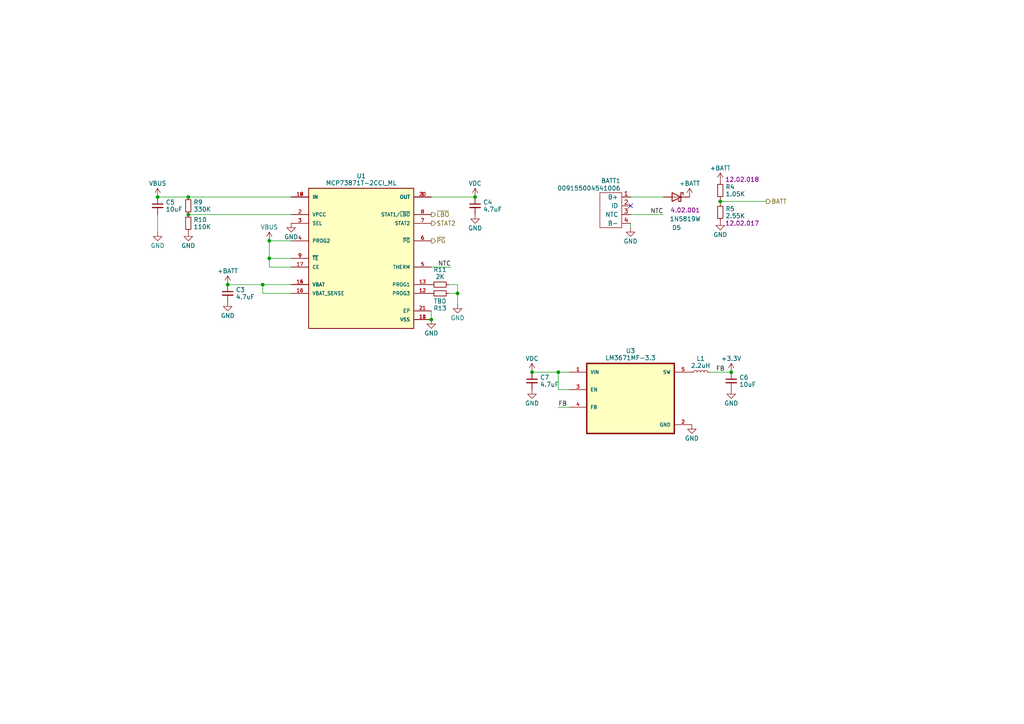
<source format=kicad_sch>
(kicad_sch (version 20230121) (generator eeschema)
  (paper "A4")
  (title_block (title "Power Supply and status LED") (rev "1.0"))
  (lib_symbols
    (symbol "Device:C_Small" (pin_numbers hide) (pin_names (offset 0.254) hide)
      (property "Reference" "C" (at 0.254 1.778 0))
      (property "Value" "C_Small" (at 0.254 -2.032 0))
      (symbol "C_Small_0_1"
        (polyline (pts (xy -1.524 -0.508) (xy 1.524 -0.508)) (stroke (width 0.3302)))
        (polyline (pts (xy -1.524 0.508) (xy 1.524 0.508)) (stroke (width 0.3048)))
      )
      (symbol "C_Small_1_1"
        (pin passive line (at 0 2.54 270) (length 2.032) (name "~") (number "1"))
        (pin passive line (at 0 -2.54 90) (length 2.032) (name "~") (number "2"))
      )
    )
    (symbol "Device:L_Small" (pin_numbers hide) (pin_names (offset 0.254) hide)
      (property "Reference" "L" (at 0.762 1.016 0))
      (property "Value" "L_Small" (at 0.762 -1.016 0))
      (symbol "L_Small_0_1"
        (arc (start 0 -2.032) (mid 0.5058 -1.524) (end 0 -1.016))
        (arc (start 0 -1.016) (mid 0.5058 -0.508) (end 0 0))
        (arc (start 0 0) (mid 0.5058 0.508) (end 0 1.016))
        (arc (start 0 1.016) (mid 0.5058 1.524) (end 0 2.032))
      )
      (symbol "L_Small_1_1"
        (pin passive line (at 0 2.54 270) (length 0.508) (name "~") (number "1"))
        (pin passive line (at 0 -2.54 90) (length 0.508) (name "~") (number "2"))
      )
    )
    (symbol "Device:R_Small" (pin_numbers hide) (pin_names (offset 0.254) hide)
      (property "Reference" "R" (at 0.762 0.508 0))
      (property "Value" "R_Small" (at 0.762 -1.016 0))
      (symbol "R_Small_0_1"
        (rectangle (start -0.762 1.778) (end 0.762 -1.778) (stroke (width 0.2032)))
      )
      (symbol "R_Small_1_1"
        (pin passive line (at 0 2.54 270) (length 0.762) (name "~") (number "1"))
        (pin passive line (at 0 -2.54 90) (length 0.762) (name "~") (number "2"))
      )
    )
    (symbol "manul_tech:009155004541006" (pin_names (offset 1.016))
      (property "Reference" "BATT" (at 0 7.62 0))
      (property "Value" "009155004541006" (at 0 10.16 0))
      (symbol "009155004541006_0_1"
        (rectangle (start -2.54 5.08) (end 3.81 -5.08))
      )
      (symbol "009155004541006_1_1"
        (pin power_out line (at -5.08 -3.81 0) (length 2.54) (name "B+") (number "1"))
        (pin output line (at -5.08 -1.27 0) (length 2.54) (name "ID") (number "2"))
        (pin output line (at -5.08 1.27 0) (length 2.54) (name "NTC") (number "3"))
        (pin power_in line (at -5.08 3.81 0) (length 2.54) (name "B-") (number "4"))
      )
    )
    (symbol "manul_tech:1N5819W" (pin_numbers hide) (pin_names (offset 1.016) hide)
      (property "Reference" "D" (at 0 2.54 0))
      (property "Value" "1N5819W" (at 0 -2.54 0))
      (property "internalRef" "4.02.001" (at 0 -5.08 0))
      (symbol "1N5819W_0_1"
        (polyline (pts (xy 1.27 0) (xy -1.27 0)))
        (polyline (pts (xy 1.27 1.27) (xy 1.27 -1.27) (xy -1.27 0) (xy 1.27 1.27)) (stroke (width 0.254)))
        (polyline (pts (xy -1.905 0.635) (xy -1.905 1.27) (xy -1.27 1.27) (xy -1.27 -1.27) (xy -0.635 -1.27) (xy -0.635 -0.635)) (stroke (width 0.254)))
      )
      (symbol "1N5819W_1_1"
        (pin passive line (at -3.81 0 0) (length 2.54) (name "K") (number "1"))
        (pin passive line (at 3.81 0 180) (length 2.54) (name "A") (number "2"))
      )
    )
    (symbol "manul_tech:LM3671MF-3.3" (pin_names (offset 1.016))
      (property "Reference" "U" (at -12.7 11.16 0))
      (property "Value" "LM3671MF-3.3" (at -12.7 -14.16 0))
      (symbol "LM3671MF-3.3_0_0"
        (rectangle (start -12.7 -10.16) (end 12.7 10.16) (stroke (width 0.41)) (fill (type background)))
        (pin input line (at -17.78 7.62 0) (length 5.08) (name "VIN") (number "1"))
        (pin power_in line (at 17.78 -7.62 180) (length 5.08) (name "GND") (number "2"))
        (pin bidirectional line (at -17.78 2.54 0) (length 5.08) (name "EN") (number "3"))
        (pin bidirectional line (at -17.78 -2.54 0) (length 5.08) (name "FB") (number "4"))
        (pin output line (at 17.78 7.62 180) (length 5.08) (name "SW") (number "5"))
      )
    )
    (symbol "manul_tech:MCP73871T-2CCI_ML" (pin_names (offset 1.016))
      (property "Reference" "U" (at -15.3307 20.9058 0))
      (property "Value" "MCP73871T-2CCI_ML" (at -15.3815 -23.3796 0))
      (symbol "MCP73871T-2CCI_ML_0_0"
        (rectangle (start -15.24 -20.32) (end 15.24 20.32) (stroke (width 0.254)) (fill (type background)))
        (pin output line (at 20.32 17.78 180) (length 5.08) (name "OUT") (number "1"))
        (pin power_in line (at 20.32 -17.78 180) (length 5.08) (name "VSS") (number "10"))
        (pin power_in line (at 20.32 -17.78 180) (length 5.08) (name "VSS") (number "11"))
        (pin bidirectional line (at 20.32 -10.16 180) (length 5.08) (name "PROG3") (number "12"))
        (pin bidirectional line (at 20.32 -7.62 180) (length 5.08) (name "PROG1") (number "13"))
        (pin bidirectional line (at -20.32 -7.62 0) (length 5.08) (name "VBAT") (number "14"))
        (pin bidirectional line (at -20.32 -7.62 0) (length 5.08) (name "VBAT") (number "15"))
        (pin bidirectional line (at -20.32 -10.16 0) (length 5.08) (name "VBAT_SENSE") (number "16"))
        (pin input line (at -20.32 -2.54 0) (length 5.08) (name "CE") (number "17"))
        (pin input line (at -20.32 17.78 0) (length 5.08) (name "IN") (number "18"))
        (pin input line (at -20.32 17.78 0) (length 5.08) (name "IN") (number "19"))
        (pin input line (at -20.32 12.7 0) (length 5.08) (name "VPCC") (number "2"))
        (pin output line (at 20.32 17.78 180) (length 5.08) (name "OUT") (number "20"))
        (pin passive line (at 20.32 -15.24 180) (length 5.08) (name "EP") (number "21"))
        (pin input line (at -20.32 10.16 0) (length 5.08) (name "SEL") (number "3"))
        (pin input line (at -20.32 5.08 0) (length 5.08) (name "PROG2") (number "4"))
        (pin bidirectional line (at 20.32 -2.54 180) (length 5.08) (name "THERM") (number "5"))
        (pin output line (at 20.32 5.08 180) (length 5.08) (name "~{PG}") (number "6"))
        (pin output line (at 20.32 10.16 180) (length 5.08) (name "STAT2") (number "7"))
        (pin output line (at 20.32 12.7 180) (length 5.08) (name "STAT1/~{LBO}") (number "8"))
        (pin input line (at -20.32 0 0) (length 5.08) (name "~{TE}") (number "9"))
      )
    )
    (symbol "power:+3.3V" (power) (pin_names (offset 0))
      (property "Value" "+3.3V" (at 0 3.556 0))
      (symbol "+3.3V_0_1"
        (polyline (pts (xy -0.762 1.27) (xy 0 2.54)))
        (polyline (pts (xy 0 0) (xy 0 2.54)))
        (polyline (pts (xy 0 2.54) (xy 0.762 1.27)))
      )
      (symbol "+3.3V_1_1"
        (pin power_in line (at 0 0 90) (length 0) hide (name "+3.3V") (number "1"))
      )
    )
    (symbol "power:+BATT" (power) (pin_names (offset 0))
      (property "Value" "+BATT" (at 0 3.556 0))
      (symbol "+BATT_0_1"
        (polyline (pts (xy -0.762 1.27) (xy 0 2.54)))
        (polyline (pts (xy 0 0) (xy 0 2.54)))
        (polyline (pts (xy 0 2.54) (xy 0.762 1.27)))
      )
      (symbol "+BATT_1_1"
        (pin power_in line (at 0 0 90) (length 0) hide (name "+BATT") (number "1"))
      )
    )
    (symbol "power:GND" (power) (pin_names (offset 0))
      (property "Value" "GND" (at 0 -3.81 0))
      (symbol "GND_0_1"
        (polyline (pts (xy 0 0) (xy 0 -1.27) (xy 1.27 -1.27) (xy 0 -2.54) (xy -1.27 -1.27) (xy 0 -1.27)))
      )
      (symbol "GND_1_1"
        (pin power_in line (at 0 0 270) (length 0) hide (name "GND") (number "1"))
      )
    )
    (symbol "power:VBUS" (power) (pin_names (offset 0))
      (property "Value" "VBUS" (at 0 3.81 0))
      (symbol "VBUS_0_1"
        (polyline (pts (xy -0.762 1.27) (xy 0 2.54)))
        (polyline (pts (xy 0 0) (xy 0 2.54)))
        (polyline (pts (xy 0 2.54) (xy 0.762 1.27)))
      )
      (symbol "VBUS_1_1"
        (pin power_in line (at 0 0 90) (length 0) hide (name "VBUS") (number "1"))
      )
    )
    (symbol "power:VDC" (power) (pin_names (offset 0))
      (property "Value" "VDC" (at 0 6.35 0))
      (symbol "VDC_0_1"
        (polyline (pts (xy -0.762 1.27) (xy 0 2.54)))
        (polyline (pts (xy 0 0) (xy 0 2.54)))
        (polyline (pts (xy 0 2.54) (xy 0.762 1.27)))
      )
      (symbol "VDC_1_1"
        (pin power_in line (at 0 0 90) (length 0) hide (name "VDC") (number "1"))
      )
    )
  )
  (junction (at 76.2 82.55))
  (junction (at 212.09 107.95))
  (junction (at 161.925 107.95))
  (junction (at 132.715 85.09))
  (junction (at 45.72 57.15))
  (junction (at 125.095 92.71))
  (junction (at 137.795 57.15))
  (junction (at 154.305 107.95))
  (junction (at 66.04 82.55))
  (junction (at 54.61 57.15))
  (junction (at 54.61 62.23))
  (junction (at 78.105 69.85))
  (junction (at 208.915 58.42))
  (junction (at 78.105 74.93))
  (no_connect (at 182.88 59.69))
  (wire (pts (xy 154.305 107.95) (xy 161.925 107.95)))
  (wire (pts (xy 76.2 85.09) (xy 76.2 82.55)))
  (wire (pts (xy 125.095 77.47) (xy 130.81 77.47)))
  (wire (pts (xy 76.2 82.55) (xy 84.455 82.55)))
  (wire (pts (xy 78.105 77.47) (xy 84.455 77.47)))
  (wire (pts (xy 182.88 57.15) (xy 192.405 57.15)))
  (wire (pts (xy 208.915 58.42) (xy 208.915 59.055)))
  (wire (pts (xy 182.88 62.23) (xy 192.405 62.23)))
  (wire (pts (xy 78.105 69.85) (xy 78.105 74.93)))
  (wire (pts (xy 161.925 118.11) (xy 165.1 118.11)))
  (wire (pts (xy 54.61 62.23) (xy 84.455 62.23)))
  (wire (pts (xy 182.88 64.77) (xy 182.88 66.04)))
  (wire (pts (xy 132.715 82.55) (xy 132.715 85.09)))
  (wire (pts (xy 161.925 107.95) (xy 165.1 107.95)))
  (wire (pts (xy 78.105 69.85) (xy 84.455 69.85)))
  (wire (pts (xy 125.095 90.17) (xy 125.095 92.71)))
  (wire (pts (xy 130.175 85.09) (xy 132.715 85.09)))
  (wire (pts (xy 205.74 107.95) (xy 212.09 107.95)))
  (wire (pts (xy 208.915 57.785) (xy 208.915 58.42)))
  (wire (pts (xy 84.455 85.09) (xy 76.2 85.09)))
  (wire (pts (xy 45.72 57.15) (xy 54.61 57.15)))
  (wire (pts (xy 45.72 67.31) (xy 45.72 62.23)))
  (wire (pts (xy 78.105 74.93) (xy 78.105 77.47)))
  (wire (pts (xy 54.61 57.15) (xy 84.455 57.15)))
  (wire (pts (xy 208.915 58.42) (xy 222.25 58.42)))
  (wire (pts (xy 130.175 82.55) (xy 132.715 82.55)))
  (wire (pts (xy 165.1 113.03) (xy 161.925 113.03)))
  (wire (pts (xy 132.715 85.09) (xy 132.715 88.265)))
  (wire (pts (xy 125.095 57.15) (xy 137.795 57.15)))
  (wire (pts (xy 66.04 82.55) (xy 76.2 82.55)))
  (wire (pts (xy 78.105 74.93) (xy 84.455 74.93)))
  (wire (pts (xy 161.925 113.03) (xy 161.925 107.95)))
  (label "NTC" (at 192.405 62.23 180))
  (label "FB" (at 207.645 107.95 0))
  (label "NTC" (at 130.81 77.47 180))
  (label "FB" (at 161.925 118.11 0))
  (hierarchical_label "BATT" (shape output) (at 222.25 58.42 0))
  (hierarchical_label "~{LBO}" (shape output) (at 125.095 62.23 0))
  (hierarchical_label "~{PG}" (shape output) (at 125.095 69.85 0))
  (hierarchical_label "STAT2" (shape output) (at 125.095 64.77 0))
  (symbol (lib_id "power:GND") (at 54.61 67.31 0) (unit 1)
    (property "Reference" "#PWR08" (effects hide))
    (property "Value" "GND" (at 54.61 71.255 0))
  )
  (symbol (lib_id "Device:C_Small") (at 66.04 85.09 0) (mirror y) (unit 1)
    (property "Reference" "C3" (at 68.3641 84.0723 0) (effects (justify right)))
    (property "Value" "4.7uF" (at 68.3641 86.1203 0) (effects (justify right)))
    (property "Footprint" "Capacitor_SMD:C_0603_1608Metric" (effects hide))
  )
  (symbol (lib_id "power:GND") (at 182.88 66.04 0) (mirror y) (unit 1)
    (property "Reference" "#PWR029" (effects hide))
    (property "Value" "GND" (at 182.88 69.985 0))
  )
  (symbol (lib_id "power:GND") (at 208.915 64.135 0) (mirror y) (unit 1)
    (property "Reference" "#PWR015" (effects hide))
    (property "Value" "GND" (at 208.915 68.08 0))
  )
  (symbol (lib_id "power:+BATT") (at 208.915 52.705 0) (mirror y) (unit 1)
    (property "Reference" "#PWR016" (effects hide))
    (property "Value" "+BATT" (at 208.915 48.76 0))
  )
  (symbol (lib_id "manul_tech:LM3671MF-3.3") (at 182.88 115.57 0) (unit 1)
    (property "Reference" "U3" (at 182.88 101.752 0))
    (property "Value" "LM3671MF-3.3" (at 182.88 103.8 0))
    (property "Footprint" "Package_TO_SOT_SMD:SOT-23-5" (effects hide))
  )
  (symbol (lib_id "Device:C_Small") (at 212.09 110.49 0) (mirror y) (unit 1)
    (property "Reference" "C6" (at 214.4141 109.4723 0) (effects (justify right)))
    (property "Value" "10uF" (at 214.4141 111.5203 0) (effects (justify right)))
    (property "Footprint" "Capacitor_SMD:C_0603_1608Metric" (effects hide))
    (property "MPN" "C1608X5R0J106K" (effects hide))
    (property "Manufacturer" "TDK" (effects hide))
  )
  (symbol (lib_id "Device:R_Small") (at 54.61 59.69 0) (unit 1)
    (property "Reference" "R9" (at 56.1086 58.666 0) (effects (justify left)))
    (property "Value" "330K" (at 56.1086 60.714 0) (effects (justify left)))
    (property "Footprint" "Resistor_SMD:R_0402_1005Metric" (effects hide))
  )
  (symbol (lib_id "power:VBUS") (at 45.72 57.15 0) (unit 1)
    (property "Reference" "#PWR09" (effects hide))
    (property "Value" "VBUS" (at 45.72 53.205 0))
  )
  (symbol (lib_id "power:GND") (at 84.455 64.77 0) (unit 1)
    (property "Reference" "#PWR026" (effects hide))
    (property "Value" "GND" (at 84.455 68.715 0))
  )
  (symbol (lib_id "Device:R_Small") (at 208.915 61.595 0) (unit 1)
    (property "Reference" "R5" (at 210.4136 60.571 0) (effects (justify left)))
    (property "Value" "2.55K" (at 210.4136 62.619 0) (effects (justify left)))
    (property "Footprint" "Resistor_SMD:R_0402_1005Metric" (effects hide))
    (property "internalRef" "12.02.017" (at 215.265 64.77 0))
  )
  (symbol (lib_id "Device:R_Small") (at 127.635 82.55 90) (unit 1)
    (property "Reference" "R11" (at 127.635 78.2334 90))
    (property "Value" "2K" (at 127.635 80.2814 90))
    (property "Footprint" "Resistor_SMD:R_0402_1005Metric" (effects hide))
  )
  (symbol (lib_id "Device:C_Small") (at 154.305 110.49 0) (mirror y) (unit 1)
    (property "Reference" "C7" (at 156.6291 109.4723 0) (effects (justify right)))
    (property "Value" "4.7uF" (at 156.6291 111.5203 0) (effects (justify right)))
    (property "Footprint" "Capacitor_SMD:C_0603_1608Metric" (effects hide))
    (property "MPN" "C1608X5R0J475K" (effects hide))
    (property "Manufacturer" "TDK" (effects hide))
  )
  (symbol (lib_id "power:+BATT") (at 66.04 82.55 0) (mirror y) (unit 1)
    (property "Reference" "#PWR023" (effects hide))
    (property "Value" "+BATT" (at 66.04 78.605 0))
  )
  (symbol (lib_id "power:GND") (at 132.715 88.265 0) (unit 1)
    (property "Reference" "#PWR031" (effects hide))
    (property "Value" "GND" (at 132.715 92.21 0))
  )
  (symbol (lib_id "Device:C_Small") (at 45.72 59.69 0) (mirror y) (unit 1)
    (property "Reference" "C5" (at 48.0441 58.6723 0) (effects (justify right)))
    (property "Value" "10uF" (at 48.0441 60.7203 0) (effects (justify right)))
    (property "Footprint" "Capacitor_SMD:C_0603_1608Metric" (effects hide))
  )
  (symbol (lib_id "power:VBUS") (at 78.105 69.85 0) (unit 1)
    (property "Reference" "#PWR027" (effects hide))
    (property "Value" "VBUS" (at 78.105 65.905 0))
  )
  (symbol (lib_id "power:GND") (at 200.66 123.19 0) (unit 1)
    (property "Reference" "#PWR021" (effects hide))
    (property "Value" "GND" (at 200.66 127.135 0))
  )
  (symbol (lib_id "power:GND") (at 137.795 62.23 0) (unit 1)
    (property "Reference" "#PWR07" (effects hide))
    (property "Value" "GND" (at 137.795 66.175 0))
  )
  (symbol (lib_id "power:GND") (at 212.09 113.03 0) (unit 1)
    (property "Reference" "#PWR020" (effects hide))
    (property "Value" "GND" (at 212.09 116.975 0))
  )
  (symbol (lib_id "Device:C_Small") (at 137.795 59.69 0) (mirror y) (unit 1)
    (property "Reference" "C4" (at 140.1191 58.6723 0) (effects (justify right)))
    (property "Value" "4.7uF" (at 140.1191 60.7203 0) (effects (justify right)))
    (property "Footprint" "Capacitor_SMD:C_0603_1608Metric" (effects hide))
  )
  (symbol (lib_id "manul_tech:MCP73871T-2CCI_ML") (at 104.775 74.93 0) (unit 1)
    (property "Reference" "U1" (at 104.775 51.03 0))
    (property "Value" "MCP73871T-2CCI_ML" (at 104.775 53.078 0))
    (property "Footprint" "manul_tech:QFN50P400X400X100-21N" (effects hide))
  )
  (symbol (lib_id "Device:R_Small") (at 54.61 64.77 0) (unit 1)
    (property "Reference" "R10" (at 56.1086 63.746 0) (effects (justify left)))
    (property "Value" "110K" (at 56.1086 65.794 0) (effects (justify left)))
    (property "Footprint" "Resistor_SMD:R_0402_1005Metric" (effects hide))
  )
  (symbol (lib_id "power:VDC") (at 137.795 57.15 0) (unit 1)
    (property "Reference" "#PWR030" (effects hide))
    (property "Value" "VDC" (at 137.795 53.205 0))
  )
  (symbol (lib_id "Device:R_Small") (at 127.635 85.09 90) (mirror x) (unit 1)
    (property "Reference" "R13" (at 127.635 89.4066 90))
    (property "Value" "TBD" (at 127.635 87.3586 90))
    (property "Footprint" "Resistor_SMD:R_0402_1005Metric" (effects hide))
  )
  (symbol (lib_id "power:+BATT") (at 200.025 57.15 0) (mirror y) (unit 1)
    (property "Reference" "#PWR044" (effects hide))
    (property "Value" "+BATT" (at 200.025 53.205 0))
  )
  (symbol (lib_id "power:+3.3V") (at 212.09 107.95 0) (unit 1)
    (property "Reference" "#PWR02" (effects hide))
    (property "Value" "+3.3V" (at 212.09 104.005 0))
    (instances (project "Tropic" (path "" (reference "#PWR02") (unit 1)) (path "" (reference "#PWR018") (unit 1))))
  )
  (symbol (lib_id "power:GND") (at 125.095 92.71 0) (unit 1)
    (property "Reference" "#PWR03" (effects hide))
    (property "Value" "GND" (at 125.095 96.655 0))
  )
  (symbol (lib_id "power:GND") (at 66.04 87.63 0) (unit 1)
    (property "Reference" "#PWR06" (effects hide))
    (property "Value" "GND" (at 66.04 91.575 0))
  )
  (symbol (lib_id "manul_tech:009155004541006") (at 177.8 60.96 180) (unit 1)
    (property "Reference" "BATT1" (at 177.165 52.427 0))
    (property "Value" "009155004541006" (at 170.815 54.61 0))
    (property "Footprint" "manul_tech:009155004541006" (effects hide))
  )
  (symbol (lib_id "Device:L_Small") (at 203.2 107.95 90) (unit 1)
    (property "Reference" "L1" (at 203.2 103.9912 90))
    (property "Value" "2.2uH" (at 203.2 106.0392 90))
    (property "Footprint" "manul_tech:CDRH2D14NP-2R2NC" (effects hide))
  )
  (symbol (lib_id "power:GND") (at 154.305 113.03 0) (unit 1)
    (property "Reference" "#PWR022" (effects hide))
    (property "Value" "GND" (at 154.305 116.975 0))
  )
  (symbol (lib_id "power:GND") (at 45.72 67.31 0) (unit 1)
    (property "Reference" "#PWR028" (effects hide))
    (property "Value" "GND" (at 45.72 71.255 0))
  )
  (symbol (lib_id "manul_tech:1N5819W") (at 196.215 57.15 0) (mirror y) (unit 1)
    (property "Reference" "D5" (at 196.215 66.04 0))
    (property "Value" "1N5819W" (at 198.755 63.5 0))
    (property "Footprint" "Diode_SMD:D_SOD-123" (effects hide))
    (property "internalRef" "4.02.001" (at 198.755 60.96 0))
    (property "MPN" "1N5819HW-7-F" (effects hide))
    (instances (project "Tropic" (path "" (reference "D5") (unit 1))) (project "ESP_Temp_Watchdog" (path "" (reference "D1") (unit 1))))
  )
  (symbol (lib_id "power:VDC") (at 154.305 107.95 0) (unit 1)
    (property "Reference" "#PWR014" (effects hide))
    (property "Value" "VDC" (at 154.305 104.005 0))
  )
  (symbol (lib_id "Device:R_Small") (at 208.915 55.245 0) (unit 1)
    (property "Reference" "R4" (at 210.4136 54.221 0) (effects (justify left)))
    (property "Value" "1.05K" (at 210.4136 56.269 0) (effects (justify left)))
    (property "Footprint" "Resistor_SMD:R_0402_1005Metric" (effects hide))
    (property "internalRef" "12.02.018" (at 215.265 52.07 0))
  )
)
</source>
